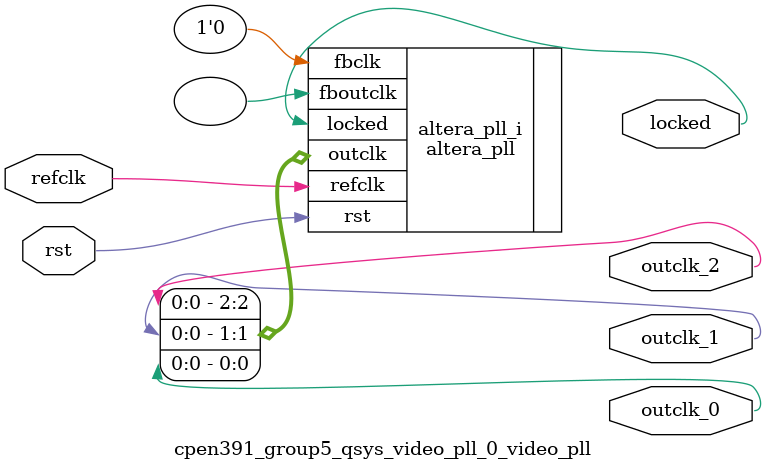
<source format=v>
`timescale 1ns/10ps
module  cpen391_group5_qsys_video_pll_0_video_pll(

	// interface 'refclk'
	input wire refclk,

	// interface 'reset'
	input wire rst,

	// interface 'outclk0'
	output wire outclk_0,

	// interface 'outclk1'
	output wire outclk_1,

	// interface 'outclk2'
	output wire outclk_2,

	// interface 'locked'
	output wire locked
);

	altera_pll #(
		.fractional_vco_multiplier("false"),
		.reference_clock_frequency("50.0 MHz"),
		.operation_mode("direct"),
		.number_of_clocks(3),
		.output_clock_frequency0("25.000000 MHz"),
		.phase_shift0("0 ps"),
		.duty_cycle0(50),
		.output_clock_frequency1("25.000000 MHz"),
		.phase_shift1("0 ps"),
		.duty_cycle1(50),
		.output_clock_frequency2("33.000000 MHz"),
		.phase_shift2("0 ps"),
		.duty_cycle2(50),
		.output_clock_frequency3("0 MHz"),
		.phase_shift3("0 ps"),
		.duty_cycle3(50),
		.output_clock_frequency4("0 MHz"),
		.phase_shift4("0 ps"),
		.duty_cycle4(50),
		.output_clock_frequency5("0 MHz"),
		.phase_shift5("0 ps"),
		.duty_cycle5(50),
		.output_clock_frequency6("0 MHz"),
		.phase_shift6("0 ps"),
		.duty_cycle6(50),
		.output_clock_frequency7("0 MHz"),
		.phase_shift7("0 ps"),
		.duty_cycle7(50),
		.output_clock_frequency8("0 MHz"),
		.phase_shift8("0 ps"),
		.duty_cycle8(50),
		.output_clock_frequency9("0 MHz"),
		.phase_shift9("0 ps"),
		.duty_cycle9(50),
		.output_clock_frequency10("0 MHz"),
		.phase_shift10("0 ps"),
		.duty_cycle10(50),
		.output_clock_frequency11("0 MHz"),
		.phase_shift11("0 ps"),
		.duty_cycle11(50),
		.output_clock_frequency12("0 MHz"),
		.phase_shift12("0 ps"),
		.duty_cycle12(50),
		.output_clock_frequency13("0 MHz"),
		.phase_shift13("0 ps"),
		.duty_cycle13(50),
		.output_clock_frequency14("0 MHz"),
		.phase_shift14("0 ps"),
		.duty_cycle14(50),
		.output_clock_frequency15("0 MHz"),
		.phase_shift15("0 ps"),
		.duty_cycle15(50),
		.output_clock_frequency16("0 MHz"),
		.phase_shift16("0 ps"),
		.duty_cycle16(50),
		.output_clock_frequency17("0 MHz"),
		.phase_shift17("0 ps"),
		.duty_cycle17(50),
		.pll_type("General"),
		.pll_subtype("General")
	) altera_pll_i (
		.rst	(rst),
		.outclk	({outclk_2, outclk_1, outclk_0}),
		.locked	(locked),
		.fboutclk	( ),
		.fbclk	(1'b0),
		.refclk	(refclk)
	);
endmodule


</source>
